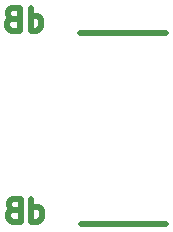
<source format=gbo>
%MOIN*%
%OFA0B0*%
%FSLAX46Y46*%
%IPPOS*%
%LPD*%
%ADD10C,0.018750000000000003*%
%ADD21C,0.018750000000000003*%
%LPD*%
G01*
D10*
X0000671428Y0000233928D02*
X0000614285Y0000233928D01*
X0000614285Y0000233928D02*
X0000557142Y0000233928D01*
X0000557142Y0000233928D02*
X0000500000Y0000233928D01*
X0000500000Y0000233928D02*
X0000442857Y0000233928D01*
X0000442857Y0000233928D02*
X0000385714Y0000233928D01*
X0000221428Y0000241071D02*
X0000221428Y0000316071D01*
X0000221428Y0000244642D02*
X0000228571Y0000241071D01*
X0000242857Y0000241071D01*
X0000249999Y0000244642D01*
X0000253571Y0000248214D01*
X0000257142Y0000255357D01*
X0000257142Y0000276785D01*
X0000253571Y0000283928D01*
X0000249999Y0000287499D01*
X0000242857Y0000291071D01*
X0000228571Y0000291071D01*
X0000221428Y0000287499D01*
X0000160714Y0000280357D02*
X0000149999Y0000276785D01*
X0000146428Y0000273214D01*
X0000142857Y0000266071D01*
X0000142857Y0000255357D01*
X0000146428Y0000248214D01*
X0000149999Y0000244642D01*
X0000157142Y0000241071D01*
X0000185714Y0000241071D01*
X0000185714Y0000316071D01*
X0000160714Y0000316071D01*
X0000153571Y0000312500D01*
X0000149999Y0000308928D01*
X0000146428Y0000301785D01*
X0000146428Y0000294642D01*
X0000149999Y0000287499D01*
X0000153571Y0000283928D01*
X0000160714Y0000280357D01*
X0000185714Y0000280357D01*
G04 next file*
%LPD*%
G04 Gerber Fmt 4.6, Leading zero omitted, Abs format (unit mm)*
G04 Created by KiCad (PCBNEW (5.1.10)-1) date 2021-10-03 13:09:16*
G01*
G04 APERTURE LIST*
G04 APERTURE END LIST*
D21*
X0000669066Y0000870542D02*
X0000611923Y0000870542D01*
X0000611923Y0000870542D02*
X0000554780Y0000870542D01*
X0000554780Y0000870542D02*
X0000497637Y0000870542D01*
X0000497637Y0000870542D02*
X0000440494Y0000870542D01*
X0000440494Y0000870542D02*
X0000383352Y0000870542D01*
X0000219066Y0000877685D02*
X0000219066Y0000952685D01*
X0000219066Y0000881257D02*
X0000226209Y0000877685D01*
X0000240494Y0000877685D01*
X0000247637Y0000881257D01*
X0000251209Y0000884828D01*
X0000254780Y0000891971D01*
X0000254780Y0000913399D01*
X0000251209Y0000920542D01*
X0000247637Y0000924114D01*
X0000240494Y0000927685D01*
X0000226209Y0000927685D01*
X0000219066Y0000924114D01*
X0000158352Y0000916971D02*
X0000147637Y0000913399D01*
X0000144066Y0000909828D01*
X0000140494Y0000902685D01*
X0000140494Y0000891971D01*
X0000144066Y0000884828D01*
X0000147637Y0000881257D01*
X0000154780Y0000877685D01*
X0000183352Y0000877685D01*
X0000183352Y0000952685D01*
X0000158352Y0000952685D01*
X0000151209Y0000949114D01*
X0000147637Y0000945542D01*
X0000144066Y0000938399D01*
X0000144066Y0000931257D01*
X0000147637Y0000924114D01*
X0000151209Y0000920542D01*
X0000158352Y0000916971D01*
X0000183352Y0000916971D01*
M02*
</source>
